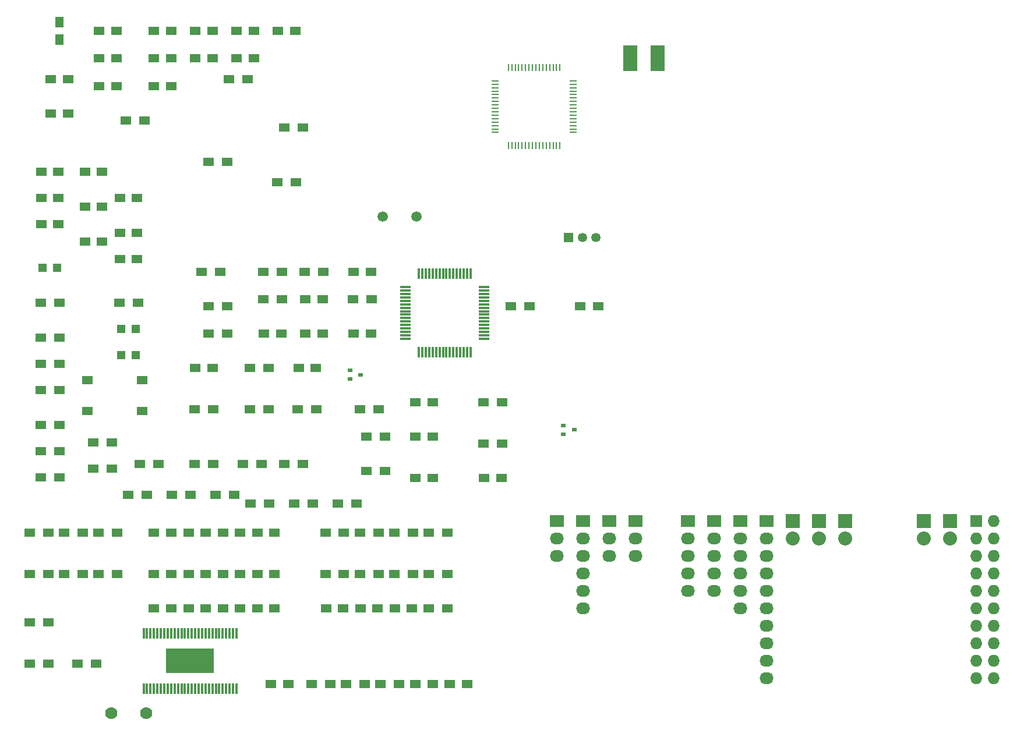
<source format=gbr>
G04 #@! TF.FileFunction,Copper,L1,Top,Signal*
%FSLAX46Y46*%
G04 Gerber Fmt 4.6, Leading zero omitted, Abs format (unit mm)*
G04 Created by KiCad (PCBNEW 4.0.2+dfsg1-stable) date wto, 24 sty 2017, 13:26:45*
%MOMM*%
G01*
G04 APERTURE LIST*
%ADD10C,0.100000*%
%ADD11R,1.500000X1.300000*%
%ADD12R,1.500000X1.250000*%
%ADD13R,1.350000X1.350000*%
%ADD14C,1.350000*%
%ADD15R,0.800000X0.600000*%
%ADD16R,1.550000X1.300000*%
%ADD17R,1.500000X0.300000*%
%ADD18R,0.300000X1.500000*%
%ADD19C,1.500000*%
%ADD20R,1.250000X1.500000*%
%ADD21R,1.000000X0.250000*%
%ADD22R,0.250000X1.000000*%
%ADD23R,1.198880X1.198880*%
%ADD24R,2.032000X1.727200*%
%ADD25O,2.032000X1.727200*%
%ADD26R,2.032000X2.032000*%
%ADD27O,2.032000X2.032000*%
%ADD28R,1.727200X1.727200*%
%ADD29O,1.727200X1.727200*%
%ADD30R,0.299720X1.501140*%
%ADD31R,7.000240X3.599180*%
%ADD32C,1.778000*%
%ADD33R,2.000000X3.700000*%
G04 APERTURE END LIST*
D10*
D11*
X121650000Y-83000000D03*
X124350000Y-83000000D03*
X131650000Y-83000000D03*
X134350000Y-83000000D03*
X91650000Y-78000000D03*
X94350000Y-78000000D03*
X67650000Y-106000000D03*
X70350000Y-106000000D03*
X90650000Y-98000000D03*
X93350000Y-98000000D03*
X100650000Y-107000000D03*
X103350000Y-107000000D03*
X83650000Y-92000000D03*
X86350000Y-92000000D03*
X100650000Y-102000000D03*
X103350000Y-102000000D03*
X99650000Y-98000000D03*
X102350000Y-98000000D03*
X88650000Y-106000000D03*
X91350000Y-106000000D03*
D12*
X107750000Y-97000000D03*
X110250000Y-97000000D03*
X117750000Y-108000000D03*
X120250000Y-108000000D03*
X75750000Y-92000000D03*
X78250000Y-92000000D03*
X107750000Y-108000000D03*
X110250000Y-108000000D03*
X91750000Y-87000000D03*
X94250000Y-87000000D03*
X90750000Y-92000000D03*
X93250000Y-92000000D03*
X91750000Y-82000000D03*
X94250000Y-82000000D03*
X98750000Y-78000000D03*
X101250000Y-78000000D03*
X98750000Y-87000000D03*
X101250000Y-87000000D03*
X107750000Y-102000000D03*
X110250000Y-102000000D03*
X85750000Y-87000000D03*
X88250000Y-87000000D03*
D13*
X130000000Y-73000000D03*
D14*
X132000000Y-73000000D03*
X134000000Y-73000000D03*
D15*
X129200000Y-101650000D03*
X129200000Y-100350000D03*
X130800000Y-101000000D03*
X98200000Y-93650000D03*
X98200000Y-92350000D03*
X99800000Y-93000000D03*
D11*
X76650000Y-78000000D03*
X79350000Y-78000000D03*
X85650000Y-82000000D03*
X88350000Y-82000000D03*
X83650000Y-98000000D03*
X86350000Y-98000000D03*
X117650000Y-103000000D03*
X120350000Y-103000000D03*
X85650000Y-78000000D03*
X88350000Y-78000000D03*
X117650000Y-97000000D03*
X120350000Y-97000000D03*
X77650000Y-87000000D03*
X80350000Y-87000000D03*
X77650000Y-83000000D03*
X80350000Y-83000000D03*
X98650000Y-82000000D03*
X101350000Y-82000000D03*
X75650000Y-106000000D03*
X78350000Y-106000000D03*
X75650000Y-98000000D03*
X78350000Y-98000000D03*
X82650000Y-106000000D03*
X85350000Y-106000000D03*
D16*
X60025000Y-93750000D03*
X67975000Y-93750000D03*
X60025000Y-98250000D03*
X67975000Y-98250000D03*
D17*
X106300000Y-80250000D03*
X106300000Y-80750000D03*
X106300000Y-81250000D03*
X106300000Y-81750000D03*
X106300000Y-82250000D03*
X106300000Y-82750000D03*
X106300000Y-83250000D03*
X106300000Y-83750000D03*
X106300000Y-84250000D03*
X106300000Y-84750000D03*
X106300000Y-85250000D03*
X106300000Y-85750000D03*
X106300000Y-86250000D03*
X106300000Y-86750000D03*
X106300000Y-87250000D03*
X106300000Y-87750000D03*
D18*
X108250000Y-89700000D03*
X108750000Y-89700000D03*
X109250000Y-89700000D03*
X109750000Y-89700000D03*
X110250000Y-89700000D03*
X110750000Y-89700000D03*
X111250000Y-89700000D03*
X111750000Y-89700000D03*
X112250000Y-89700000D03*
X112750000Y-89700000D03*
X113250000Y-89700000D03*
X113750000Y-89700000D03*
X114250000Y-89700000D03*
X114750000Y-89700000D03*
X115250000Y-89700000D03*
X115750000Y-89700000D03*
D17*
X117700000Y-87750000D03*
X117700000Y-87250000D03*
X117700000Y-86750000D03*
X117700000Y-86250000D03*
X117700000Y-85750000D03*
X117700000Y-85250000D03*
X117700000Y-84750000D03*
X117700000Y-84250000D03*
X117700000Y-83750000D03*
X117700000Y-83250000D03*
X117700000Y-82750000D03*
X117700000Y-82250000D03*
X117700000Y-81750000D03*
X117700000Y-81250000D03*
X117700000Y-80750000D03*
X117700000Y-80250000D03*
D18*
X115750000Y-78300000D03*
X115250000Y-78300000D03*
X114750000Y-78300000D03*
X114250000Y-78300000D03*
X113750000Y-78300000D03*
X113250000Y-78300000D03*
X112750000Y-78300000D03*
X112250000Y-78300000D03*
X111750000Y-78300000D03*
X111250000Y-78300000D03*
X110750000Y-78300000D03*
X110250000Y-78300000D03*
X109750000Y-78300000D03*
X109250000Y-78300000D03*
X108750000Y-78300000D03*
X108250000Y-78300000D03*
D19*
X103000000Y-70000000D03*
X107900000Y-70000000D03*
D11*
X87650000Y-65000000D03*
X90350000Y-65000000D03*
X88650000Y-57000000D03*
X91350000Y-57000000D03*
X77650000Y-62000000D03*
X80350000Y-62000000D03*
X80650000Y-50000000D03*
X83350000Y-50000000D03*
X65650000Y-56000000D03*
X68350000Y-56000000D03*
D12*
X61750000Y-43000000D03*
X64250000Y-43000000D03*
X69750000Y-43000000D03*
X72250000Y-43000000D03*
X54750000Y-50000000D03*
X57250000Y-50000000D03*
X54750000Y-55000000D03*
X57250000Y-55000000D03*
X61750000Y-47000000D03*
X64250000Y-47000000D03*
X69750000Y-47000000D03*
X72250000Y-47000000D03*
X61750000Y-51000000D03*
X64250000Y-51000000D03*
X69750000Y-51000000D03*
X72250000Y-51000000D03*
X75750000Y-43000000D03*
X78250000Y-43000000D03*
X81750000Y-43000000D03*
X84250000Y-43000000D03*
X87750000Y-43000000D03*
X90250000Y-43000000D03*
X75750000Y-47000000D03*
X78250000Y-47000000D03*
X81750000Y-47000000D03*
X84250000Y-47000000D03*
D20*
X56000000Y-44250000D03*
X56000000Y-41750000D03*
D21*
X119300000Y-50250000D03*
X119300000Y-50750000D03*
X119300000Y-51250000D03*
X119300000Y-51750000D03*
X119300000Y-52250000D03*
X119300000Y-52750000D03*
X119300000Y-53250000D03*
X119300000Y-53750000D03*
X119300000Y-54250000D03*
X119300000Y-54750000D03*
X119300000Y-55250000D03*
X119300000Y-55750000D03*
X119300000Y-56250000D03*
X119300000Y-56750000D03*
X119300000Y-57250000D03*
X119300000Y-57750000D03*
D22*
X121250000Y-59700000D03*
X121750000Y-59700000D03*
X122250000Y-59700000D03*
X122750000Y-59700000D03*
X123250000Y-59700000D03*
X123750000Y-59700000D03*
X124250000Y-59700000D03*
X124750000Y-59700000D03*
X125250000Y-59700000D03*
X125750000Y-59700000D03*
X126250000Y-59700000D03*
X126750000Y-59700000D03*
X127250000Y-59700000D03*
X127750000Y-59700000D03*
X128250000Y-59700000D03*
X128750000Y-59700000D03*
D21*
X130700000Y-57750000D03*
X130700000Y-57250000D03*
X130700000Y-56750000D03*
X130700000Y-56250000D03*
X130700000Y-55750000D03*
X130700000Y-55250000D03*
X130700000Y-54750000D03*
X130700000Y-54250000D03*
X130700000Y-53750000D03*
X130700000Y-53250000D03*
X130700000Y-52750000D03*
X130700000Y-52250000D03*
X130700000Y-51750000D03*
X130700000Y-51250000D03*
X130700000Y-50750000D03*
X130700000Y-50250000D03*
D22*
X128750000Y-48300000D03*
X128250000Y-48300000D03*
X127750000Y-48300000D03*
X127250000Y-48300000D03*
X126750000Y-48300000D03*
X126250000Y-48300000D03*
X125750000Y-48300000D03*
X125250000Y-48300000D03*
X124750000Y-48300000D03*
X124250000Y-48300000D03*
X123750000Y-48300000D03*
X123250000Y-48300000D03*
X122750000Y-48300000D03*
X122250000Y-48300000D03*
X121750000Y-48300000D03*
X121250000Y-48300000D03*
D12*
X69750000Y-127000000D03*
X72250000Y-127000000D03*
X74750000Y-127000000D03*
X77250000Y-127000000D03*
X86750000Y-138000000D03*
X89250000Y-138000000D03*
X107750000Y-138000000D03*
X110250000Y-138000000D03*
X79750000Y-127000000D03*
X82250000Y-127000000D03*
X84750000Y-127000000D03*
X87250000Y-127000000D03*
X112750000Y-138000000D03*
X115250000Y-138000000D03*
X84750000Y-122000000D03*
X87250000Y-122000000D03*
X79750000Y-122000000D03*
X82250000Y-122000000D03*
X74750000Y-122000000D03*
X77250000Y-122000000D03*
X69750000Y-122000000D03*
X72250000Y-122000000D03*
X69750000Y-116000000D03*
X72250000Y-116000000D03*
X74750000Y-116000000D03*
X77250000Y-116000000D03*
X79750000Y-116000000D03*
X82250000Y-116000000D03*
X84750000Y-116000000D03*
X87250000Y-116000000D03*
X94750000Y-127000000D03*
X97250000Y-127000000D03*
X99750000Y-127000000D03*
X102250000Y-127000000D03*
X104750000Y-127000000D03*
X107250000Y-127000000D03*
D11*
X109650000Y-127000000D03*
X112350000Y-127000000D03*
X94650000Y-122000000D03*
X97350000Y-122000000D03*
X99650000Y-122000000D03*
X102350000Y-122000000D03*
X104650000Y-122000000D03*
X107350000Y-122000000D03*
X109650000Y-122000000D03*
X112350000Y-122000000D03*
X94650000Y-116000000D03*
X97350000Y-116000000D03*
X99650000Y-116000000D03*
X102350000Y-116000000D03*
X104650000Y-116000000D03*
X107350000Y-116000000D03*
X109650000Y-116000000D03*
X112350000Y-116000000D03*
X51650000Y-116000000D03*
X54350000Y-116000000D03*
X56650000Y-116000000D03*
X59350000Y-116000000D03*
X61650000Y-116000000D03*
X64350000Y-116000000D03*
X51650000Y-122000000D03*
X54350000Y-122000000D03*
X56650000Y-122000000D03*
X59350000Y-122000000D03*
X61650000Y-122000000D03*
X64350000Y-122000000D03*
X51650000Y-129000000D03*
X54350000Y-129000000D03*
X51650000Y-135000000D03*
X54350000Y-135000000D03*
X58650000Y-135000000D03*
X61350000Y-135000000D03*
X92650000Y-138000000D03*
X95350000Y-138000000D03*
X97650000Y-138000000D03*
X100350000Y-138000000D03*
X102650000Y-138000000D03*
X105350000Y-138000000D03*
D12*
X64790000Y-76200000D03*
X67290000Y-76200000D03*
X64790000Y-72390000D03*
X67290000Y-72390000D03*
X64790000Y-67310000D03*
X67290000Y-67310000D03*
X53360000Y-63500000D03*
X55860000Y-63500000D03*
X53360000Y-67310000D03*
X55860000Y-67310000D03*
X53360000Y-71120000D03*
X55860000Y-71120000D03*
X59710000Y-63500000D03*
X62210000Y-63500000D03*
X59710000Y-68580000D03*
X62210000Y-68580000D03*
X59710000Y-73660000D03*
X62210000Y-73660000D03*
D23*
X67089020Y-90170000D03*
X64990980Y-90170000D03*
X67089020Y-86360000D03*
X64990980Y-86360000D03*
X55659020Y-77470000D03*
X53560980Y-77470000D03*
D11*
X64690000Y-82550000D03*
X67390000Y-82550000D03*
X53260000Y-82550000D03*
X55960000Y-82550000D03*
X53260000Y-87630000D03*
X55960000Y-87630000D03*
X53260000Y-91440000D03*
X55960000Y-91440000D03*
X53260000Y-95250000D03*
X55960000Y-95250000D03*
X53260000Y-100330000D03*
X55960000Y-100330000D03*
X53260000Y-104140000D03*
X55960000Y-104140000D03*
X90090000Y-111760000D03*
X92790000Y-111760000D03*
X83740000Y-111760000D03*
X86440000Y-111760000D03*
X78660000Y-110490000D03*
X81360000Y-110490000D03*
X72310000Y-110490000D03*
X75010000Y-110490000D03*
X65960000Y-110490000D03*
X68660000Y-110490000D03*
X60880000Y-102870000D03*
X63580000Y-102870000D03*
X96440000Y-111760000D03*
X99140000Y-111760000D03*
X60880000Y-106680000D03*
X63580000Y-106680000D03*
X53260000Y-107950000D03*
X55960000Y-107950000D03*
X53260000Y-107950000D03*
X55960000Y-107950000D03*
X53260000Y-107950000D03*
X55960000Y-107950000D03*
X53260000Y-107950000D03*
X55960000Y-107950000D03*
X53260000Y-107950000D03*
X55960000Y-107950000D03*
X53260000Y-107950000D03*
X55960000Y-107950000D03*
X53260000Y-107950000D03*
X55960000Y-107950000D03*
X53260000Y-107950000D03*
X55960000Y-107950000D03*
X53260000Y-107950000D03*
X55960000Y-107950000D03*
X53260000Y-107950000D03*
X55960000Y-107950000D03*
X53260000Y-107950000D03*
X55960000Y-107950000D03*
X53260000Y-107950000D03*
X55960000Y-107950000D03*
X53260000Y-107950000D03*
X55960000Y-107950000D03*
D24*
X132080000Y-114300000D03*
D25*
X132080000Y-116840000D03*
X132080000Y-119380000D03*
X132080000Y-121920000D03*
X132080000Y-124460000D03*
X132080000Y-127000000D03*
D24*
X158750000Y-114300000D03*
D25*
X158750000Y-116840000D03*
X158750000Y-119380000D03*
X158750000Y-121920000D03*
X158750000Y-124460000D03*
X158750000Y-127000000D03*
X158750000Y-129540000D03*
X158750000Y-132080000D03*
X158750000Y-134620000D03*
X158750000Y-137160000D03*
D26*
X166370000Y-114300000D03*
D27*
X166370000Y-116840000D03*
D24*
X154940000Y-114300000D03*
D25*
X154940000Y-116840000D03*
X154940000Y-119380000D03*
X154940000Y-121920000D03*
X154940000Y-124460000D03*
X154940000Y-127000000D03*
D24*
X151130000Y-114300000D03*
D25*
X151130000Y-116840000D03*
X151130000Y-119380000D03*
X151130000Y-121920000D03*
X151130000Y-124460000D03*
D24*
X147320000Y-114300000D03*
D25*
X147320000Y-116840000D03*
X147320000Y-119380000D03*
X147320000Y-121920000D03*
X147320000Y-124460000D03*
D24*
X135890000Y-114300000D03*
D25*
X135890000Y-116840000D03*
X135890000Y-119380000D03*
D24*
X139700000Y-114300000D03*
D25*
X139700000Y-116840000D03*
X139700000Y-119380000D03*
D26*
X170180000Y-114300000D03*
D27*
X170180000Y-116840000D03*
D24*
X128270000Y-114300000D03*
D25*
X128270000Y-116840000D03*
X128270000Y-119380000D03*
D26*
X162560000Y-114300000D03*
D27*
X162560000Y-116840000D03*
D26*
X185420000Y-114300000D03*
D27*
X185420000Y-116840000D03*
D28*
X189230000Y-114300000D03*
D29*
X191770000Y-114300000D03*
X189230000Y-116840000D03*
X191770000Y-116840000D03*
X189230000Y-119380000D03*
X191770000Y-119380000D03*
X189230000Y-121920000D03*
X191770000Y-121920000D03*
X189230000Y-124460000D03*
X191770000Y-124460000D03*
X189230000Y-127000000D03*
X191770000Y-127000000D03*
X189230000Y-129540000D03*
X191770000Y-129540000D03*
X189230000Y-132080000D03*
X191770000Y-132080000D03*
X189230000Y-134620000D03*
X191770000Y-134620000D03*
X189230000Y-137160000D03*
X191770000Y-137160000D03*
D26*
X181610000Y-114300000D03*
D27*
X181610000Y-116840000D03*
D30*
X77233780Y-130619500D03*
X76733400Y-130619500D03*
X76233020Y-130619500D03*
X75732640Y-130619500D03*
X75232260Y-130619500D03*
X74734420Y-130619500D03*
X74234040Y-130619500D03*
X73733660Y-130619500D03*
X73233280Y-130619500D03*
X72732900Y-130619500D03*
X72232520Y-130619500D03*
X81732120Y-130619500D03*
X81234280Y-130619500D03*
X80733900Y-130619500D03*
X76233020Y-138620500D03*
X79733140Y-130619500D03*
X79232760Y-130619500D03*
X78732380Y-130619500D03*
X78234540Y-130619500D03*
X77734160Y-130619500D03*
X73733660Y-138620500D03*
X74234040Y-138620500D03*
X74734420Y-138620500D03*
X75232260Y-138620500D03*
X75732640Y-138620500D03*
X80233520Y-130619500D03*
X76733400Y-138620500D03*
X77233780Y-138620500D03*
X77734160Y-138620500D03*
X78234540Y-138620500D03*
X78732380Y-138620500D03*
X79232760Y-138620500D03*
X79733140Y-138620500D03*
X68234560Y-138620500D03*
X68732400Y-138620500D03*
X69232780Y-138620500D03*
X69733160Y-138620500D03*
X70233540Y-138620500D03*
X70733920Y-138620500D03*
X71234300Y-138620500D03*
X71732140Y-138620500D03*
X72232520Y-138620500D03*
X72732900Y-138620500D03*
X73233280Y-138620500D03*
X80233520Y-138620500D03*
X80733900Y-138620500D03*
X81234280Y-138620500D03*
X81732120Y-138620500D03*
X71732140Y-130619500D03*
X71234300Y-130619500D03*
X70733920Y-130619500D03*
X70233540Y-130619500D03*
X69733160Y-130619500D03*
X69232780Y-130619500D03*
X68732400Y-130619500D03*
X68234560Y-130619500D03*
D31*
X74930000Y-134620000D03*
D32*
X63500000Y-142240000D03*
X68580000Y-142240000D03*
D33*
X138970000Y-46990000D03*
X142970000Y-46990000D03*
M02*

</source>
